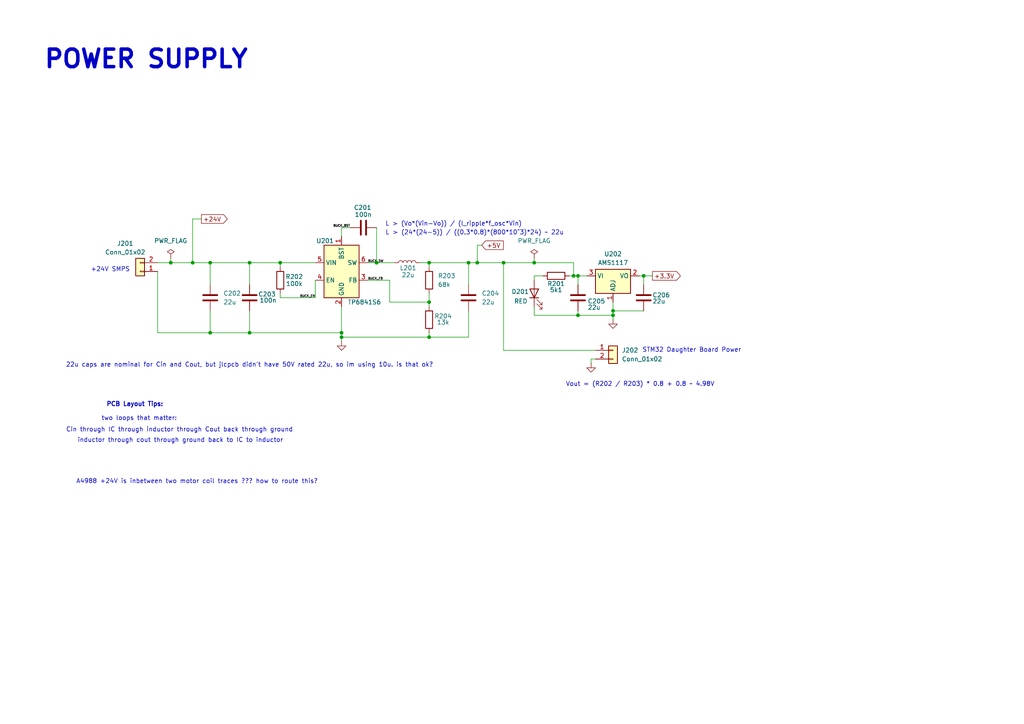
<source format=kicad_sch>
(kicad_sch (version 20250114) (generator "eeschema") (generator_version "9.0")
  (paper "A4")
  (lib_symbols
    (symbol "Connector_Generic:Conn_01x02" (pin_names (offset 1.016) (hide yes))
      (property "Reference" "J" (at 0 2.54 0))
      (property "Value" "Conn_01x02" (at 0 -5.08 0))
      (symbol "Conn_01x02_1_1"
        (rectangle (start -1.27 1.27) (end 1.27 -3.81) (stroke (width 0.254)) (fill (type background)))
        (rectangle (start -1.27 0.127) (end 0 -0.127) (stroke (width 0.1524)))
        (rectangle (start -1.27 -2.413) (end 0 -2.667) (stroke (width 0.1524)))
        (pin passive line (at -5.08 0 0) (length 3.81) (name "Pin_1") (number "1"))
        (pin passive line (at -5.08 -2.54 0) (length 3.81) (name "Pin_2") (number "2"))
      )
    )
    (symbol "Device:C" (pin_numbers (hide yes)) (pin_names (offset 0.254))
      (property "Reference" "C" (at 0.635 2.54 0))
      (property "Value" "C" (at 0.635 -2.54 0))
      (symbol "C_0_1"
        (polyline (pts (xy -2.032 0.762) (xy 2.032 0.762)) (stroke (width 0.508)))
        (polyline (pts (xy -2.032 -0.762) (xy 2.032 -0.762)) (stroke (width 0.508)))
      )
      (symbol "C_1_1"
        (pin passive line (at 0 3.81 270) (length 2.794) (name "~") (number "1"))
        (pin passive line (at 0 -3.81 90) (length 2.794) (name "~") (number "2"))
      )
    )
    (symbol "Device:L" (pin_numbers (hide yes)) (pin_names (offset 1.016) (hide yes))
      (property "Reference" "L" (at -1.27 0 90))
      (property "Value" "L" (at 1.905 0 90))
      (symbol "L_0_1"
        (arc (start 0 2.54) (mid 0.6323 1.905) (end 0 1.27))
        (arc (start 0 1.27) (mid 0.6323 0.635) (end 0 0))
        (arc (start 0 0) (mid 0.6323 -0.635) (end 0 -1.27))
        (arc (start 0 -1.27) (mid 0.6323 -1.905) (end 0 -2.54))
      )
      (symbol "L_1_1"
        (pin passive line (at 0 3.81 270) (length 1.27) (name "1") (number "1"))
        (pin passive line (at 0 -3.81 90) (length 1.27) (name "2") (number "2"))
      )
    )
    (symbol "Device:LED" (pin_numbers (hide yes)) (pin_names (offset 1.016) (hide yes))
      (property "Reference" "D" (at 0 2.54 0))
      (property "Value" "LED" (at 0 -2.54 0))
      (symbol "LED_0_1"
        (polyline (pts (xy -3.048 -0.762) (xy -4.572 -2.286) (xy -3.81 -2.286) (xy -4.572 -2.286) (xy -4.572 -1.524)))
        (polyline (pts (xy -1.778 -0.762) (xy -3.302 -2.286) (xy -2.54 -2.286) (xy -3.302 -2.286) (xy -3.302 -1.524)))
        (polyline (pts (xy -1.27 0) (xy 1.27 0)))
        (polyline (pts (xy -1.27 -1.27) (xy -1.27 1.27)) (stroke (width 0.254)))
        (polyline (pts (xy 1.27 -1.27) (xy 1.27 1.27) (xy -1.27 0) (xy 1.27 -1.27)) (stroke (width 0.254)))
      )
      (symbol "LED_1_1"
        (pin passive line (at -3.81 0 0) (length 2.54) (name "K") (number "1"))
        (pin passive line (at 3.81 0 180) (length 2.54) (name "A") (number "2"))
      )
    )
    (symbol "Device:R" (pin_numbers (hide yes)) (pin_names (offset 0))
      (property "Reference" "R" (at 2.032 0 90))
      (property "Value" "R" (at 0 0 90))
      (symbol "R_0_1"
        (rectangle (start -1.016 -2.54) (end 1.016 2.54) (stroke (width 0.254)))
      )
      (symbol "R_1_1"
        (pin passive line (at 0 3.81 270) (length 1.27) (name "~") (number "1"))
        (pin passive line (at 0 -3.81 90) (length 1.27) (name "~") (number "2"))
      )
    )
    (symbol "Regulator_Linear:AMS1117"
      (property "Reference" "U" (at -3.81 3.175 0))
      (property "Value" "AMS1117" (at 0 3.175 0))
      (symbol "AMS1117_0_1"
        (rectangle (start -5.08 -5.08) (end 5.08 1.905) (stroke (width 0.254)) (fill (type background)))
      )
      (symbol "AMS1117_1_1"
        (pin power_in line (at -7.62 0 0) (length 2.54) (name "VI") (number "3"))
        (pin input line (at 0 -7.62 90) (length 2.54) (name "ADJ") (number "1"))
        (pin power_out line (at 7.62 0 180) (length 2.54) (name "VO") (number "2"))
      )
    )
    (symbol "dorjee symbols:TP6841S6"
      (property "Reference" "U" (at -5.842 7.366 0))
      (property "Value" "TP6841S6" (at -0.762 -10.16 0))
      (symbol "TP6841S6_0_1"
        (rectangle (start -6.35 6.35) (end 3.81 -8.89) (stroke (width 0.254)) (fill (type background)))
      )
      (symbol "TP6841S6_1_1"
        (pin power_in line (at -8.89 1.27 0) (length 2.54) (name "VIN") (number "5"))
        (pin input line (at -8.89 -3.81 0) (length 2.54) (name "EN") (number "4"))
        (pin passive line (at -1.27 8.89 270) (length 2.54) (name "BST") (number "1"))
        (pin power_in line (at -1.27 -11.43 90) (length 2.54) (name "GND") (number "2"))
        (pin output line (at 6.35 1.27 180) (length 2.54) (name "SW") (number "6"))
        (pin input line (at 6.35 -3.81 180) (length 2.54) (name "FB") (number "3"))
      )
    )
    (symbol "power:GND" (power) (pin_numbers (hide yes)) (pin_names (offset 0) (hide yes))
      (property "Value" "GND" (at 0 -3.81 0))
      (symbol "GND_0_1"
        (polyline (pts (xy 0 0) (xy 0 -1.27) (xy 1.27 -1.27) (xy 0 -2.54) (xy -1.27 -1.27) (xy 0 -1.27)))
      )
      (symbol "GND_1_1"
        (pin power_in line (at 0 0 270) (length 0) (name "~") (number "1"))
      )
    )
    (symbol "power:PWR_FLAG" (power) (pin_numbers (hide yes)) (pin_names (offset 0) (hide yes))
      (property "Value" "PWR_FLAG" (at 0 3.81 0))
      (symbol "PWR_FLAG_0_0"
        (pin power_out line (at 0 0 90) (length 0) (name "~") (number "1"))
      )
      (symbol "PWR_FLAG_0_1"
        (polyline (pts (xy 0 0) (xy 0 1.27) (xy -1.016 1.905) (xy 0 2.54) (xy 1.016 1.905) (xy 0 1.27)))
      )
    )
  )
  (text "A4988 +24V is inbetween two motor coil traces ??? how to route this?\n" (at 57.15 139.7 0) (effects (font (size 1.27 1.27))))
  (text "+24V SMPS" (at 32.004 78.232 0) (effects (font (size 1.27 1.27))))
  (text "L > (24*(24-5)) / ((0.3*0.8)*(800*10^3)*24) ~ 22u" (at 137.668 67.564 0) (effects (font (size 1.27 1.27))))
  (text "PCB Layout Tips:" (at 39.116 117.348 0) (effects (font (size 1.27 1.27) (thickness 0.254) (bold yes))))
  (text "two loops that matter:" (at 40.386 121.412 0) (effects (font (size 1.27 1.27) (thickness 0.1588))))
  (text "Vout = (R202 / R203) * 0.8 + 0.8 ~ 4.98V" (at 185.674 111.506 0) (effects (font (size 1.27 1.27) (thickness 0.1588))))
  (text "22u caps are nominal for Cin and Cout, but jlcpcb didn't have 50V rated 22u, so im using 10u. is that ok?" (at 72.39 105.918 0) (effects (font (size 1.27 1.27) (thickness 0.1588))))
  (text "POWER SUPPLY\n" (at 42.418 17.272 0) (effects (font (size 5.08 5.08) (thickness 1.016) (bold yes))))
  (text "STM32 Daughter Board Power" (at 200.66 101.6 0) (effects (font (size 1.27 1.27))))
  (text "inductor through cout through ground back to IC to inductor" (at 52.324 127.762 0) (effects (font (size 1.27 1.27) (thickness 0.1588))))
  (text "L > (Vo*(Vin-Vo)) / (I_ripple*f_osc*Vin)" (at 131.572 65.024 0) (effects (font (size 1.27 1.27) (thickness 0.1588))))
  (text "Cin through IC through inductor through Cout back through ground" (at 52.07 124.714 0) (effects (font (size 1.27 1.27) (thickness 0.1588))))
  (junction (at 81.28 76.2))
  (junction (at 99.06 96.52))
  (junction (at 60.96 96.52))
  (junction (at 49.53 76.2))
  (junction (at 138.43 76.2))
  (junction (at 135.89 76.2))
  (junction (at 124.46 76.2))
  (junction (at 72.39 96.52))
  (junction (at 186.69 80.01))
  (junction (at 124.46 97.79))
  (junction (at 177.8 90.17))
  (junction (at 154.94 76.2))
  (junction (at 177.8 91.44))
  (junction (at 166.37 80.01))
  (junction (at 124.46 87.63))
  (junction (at 60.96 76.2))
  (junction (at 167.64 80.01))
  (junction (at 109.22 76.2))
  (junction (at 146.05 76.2))
  (junction (at 72.39 76.2))
  (junction (at 55.88 76.2))
  (junction (at 167.64 91.44))
  (junction (at 99.06 97.79))
  (wire (pts (xy 135.89 76.2) (xy 135.89 82.55)))
  (wire (pts (xy 146.05 76.2) (xy 146.05 101.6)))
  (wire (pts (xy 177.8 87.63) (xy 177.8 90.17)))
  (wire (pts (xy 166.37 76.2) (xy 166.37 80.01)))
  (wire (pts (xy 60.96 76.2) (xy 60.96 82.55)))
  (wire (pts (xy 135.89 90.17) (xy 135.89 97.79)))
  (wire (pts (xy 81.28 76.2) (xy 91.44 76.2)))
  (wire (pts (xy 146.05 76.2) (xy 154.94 76.2)))
  (wire (pts (xy 124.46 77.47) (xy 124.46 76.2)))
  (wire (pts (xy 177.8 90.17) (xy 186.69 90.17)))
  (wire (pts (xy 106.68 81.28) (xy 113.03 81.28)))
  (wire (pts (xy 138.43 71.12) (xy 138.43 76.2)))
  (wire (pts (xy 154.94 88.9) (xy 154.94 91.44)))
  (wire (pts (xy 99.06 66.04) (xy 99.06 68.58)))
  (wire (pts (xy 177.8 91.44) (xy 177.8 92.71)))
  (wire (pts (xy 167.64 80.01) (xy 167.64 82.55)))
  (wire (pts (xy 171.45 104.14) (xy 171.45 105.41)))
  (wire (pts (xy 124.46 87.63) (xy 124.46 88.9)))
  (wire (pts (xy 167.64 91.44) (xy 177.8 91.44)))
  (wire (pts (xy 167.64 80.01) (xy 170.18 80.01)))
  (wire (pts (xy 81.28 85.09) (xy 81.28 86.36)))
  (wire (pts (xy 109.22 76.2) (xy 114.3 76.2)))
  (wire (pts (xy 165.1 80.01) (xy 166.37 80.01)))
  (wire (pts (xy 60.96 96.52) (xy 72.39 96.52)))
  (wire (pts (xy 45.72 76.2) (xy 49.53 76.2)))
  (wire (pts (xy 124.46 96.52) (xy 124.46 97.79)))
  (wire (pts (xy 45.72 96.52) (xy 60.96 96.52)))
  (wire (pts (xy 81.28 76.2) (xy 81.28 77.47)))
  (wire (pts (xy 138.43 76.2) (xy 146.05 76.2)))
  (wire (pts (xy 124.46 76.2) (xy 121.92 76.2)))
  (wire (pts (xy 154.94 74.93) (xy 154.94 76.2)))
  (wire (pts (xy 113.03 81.28) (xy 113.03 87.63)))
  (wire (pts (xy 49.53 76.2) (xy 55.88 76.2)))
  (wire (pts (xy 45.72 78.74) (xy 45.72 96.52)))
  (wire (pts (xy 124.46 87.63) (xy 124.46 85.09)))
  (wire (pts (xy 101.6 66.04) (xy 99.06 66.04)))
  (wire (pts (xy 186.69 80.01) (xy 186.69 82.55)))
  (wire (pts (xy 106.68 76.2) (xy 109.22 76.2)))
  (wire (pts (xy 99.06 97.79) (xy 124.46 97.79)))
  (wire (pts (xy 135.89 76.2) (xy 138.43 76.2)))
  (wire (pts (xy 135.89 97.79) (xy 124.46 97.79)))
  (wire (pts (xy 99.06 96.52) (xy 99.06 97.79)))
  (wire (pts (xy 172.72 104.14) (xy 171.45 104.14)))
  (wire (pts (xy 72.39 96.52) (xy 99.06 96.52)))
  (wire (pts (xy 124.46 76.2) (xy 135.89 76.2)))
  (wire (pts (xy 99.06 88.9) (xy 99.06 96.52)))
  (wire (pts (xy 99.06 97.79) (xy 99.06 99.06)))
  (wire (pts (xy 157.48 80.01) (xy 154.94 80.01)))
  (wire (pts (xy 154.94 80.01) (xy 154.94 81.28)))
  (wire (pts (xy 109.22 76.2) (xy 109.22 66.04)))
  (wire (pts (xy 91.44 81.28) (xy 91.44 86.36)))
  (wire (pts (xy 55.88 63.5) (xy 58.42 63.5)))
  (wire (pts (xy 167.64 91.44) (xy 167.64 90.17)))
  (wire (pts (xy 166.37 80.01) (xy 167.64 80.01)))
  (wire (pts (xy 186.69 80.01) (xy 189.23 80.01)))
  (wire (pts (xy 113.03 87.63) (xy 124.46 87.63)))
  (wire (pts (xy 139.7 71.12) (xy 138.43 71.12)))
  (wire (pts (xy 186.69 80.01) (xy 185.42 80.01)))
  (wire (pts (xy 60.96 76.2) (xy 72.39 76.2)))
  (wire (pts (xy 55.88 76.2) (xy 55.88 63.5)))
  (wire (pts (xy 177.8 90.17) (xy 177.8 91.44)))
  (wire (pts (xy 154.94 76.2) (xy 166.37 76.2)))
  (wire (pts (xy 91.44 86.36) (xy 81.28 86.36)))
  (wire (pts (xy 154.94 91.44) (xy 167.64 91.44)))
  (wire (pts (xy 60.96 90.17) (xy 60.96 96.52)))
  (wire (pts (xy 72.39 76.2) (xy 81.28 76.2)))
  (wire (pts (xy 72.39 90.17) (xy 72.39 96.52)))
  (wire (pts (xy 146.05 101.6) (xy 172.72 101.6)))
  (wire (pts (xy 55.88 76.2) (xy 60.96 76.2)))
  (wire (pts (xy 49.53 74.93) (xy 49.53 76.2)))
  (wire (pts (xy 72.39 76.2) (xy 72.39 82.55)))
  (label "BUCK_SW" (at 106.68 76.2 0) (effects (font (size 0.635 0.635))))
  (label "BUCK_BST" (at 101.6 66.04 180) (effects (font (size 0.635 0.635) (thickness 0.254) (bold yes))))
  (label "BUCK_EN" (at 91.44 86.36 180) (effects (font (size 0.635 0.635))))
  (label "BUCK_FB" (at 106.68 81.28 0) (effects (font (size 0.635 0.635))))
  (global_label "+5V" (shape input) (at 139.7 71.12 0) (property "Intersheetrefs" "${INTERSHEET_REFS}" (effects (hide yes))))
  (global_label "+24V" (shape output) (at 58.42 63.5 0) (property "Intersheetrefs" "${INTERSHEET_REFS}" (effects (hide yes))))
  (global_label "+3.3V" (shape output) (at 189.23 80.01 0) (property "Intersheetrefs" "${INTERSHEET_REFS}" (effects (hide yes))))
  (symbol (lib_id "Device:C") (at 186.69 86.36 0) (unit 1)
    (property "Reference" "C206" (at 189.23 85.598 0) (effects (justify left)))
    (property "Value" "22u" (at 189.23 87.376 0) (effects (justify left)))
    (property "Footprint" "Capacitor_SMD:C_0603_1608Metric" (effects (hide yes)))
    (property "Description" "Unpolarized capacitor" (effects (hide yes)))
    (property "Manufacturer" "Samsung Electro-Mechanics" (effects (hide yes)))
    (property "MPN" "CL21A226MAQNNNE" (effects (hide yes)))
    (property "LCSC Part Number" "C45783" (effects (hide yes)))
  )
  (symbol (lib_id "power:GND") (at 171.45 105.41 0) (unit 1)
    (property "Reference" "#PWR0204" (effects (hide yes)))
    (property "Value" "GND" (effects (hide yes)))
    (property "Description" "Power symbol creates a global label with name \"GND\" , ground" (effects (hide yes)))
  )
  (symbol (lib_id "Device:C") (at 135.89 86.36 0) (unit 1)
    (property "Reference" "C204" (at 139.7 85.0899 0) (effects (justify left)))
    (property "Value" "22u" (at 139.7 87.6299 0) (effects (justify left)))
    (property "Footprint" "Capacitor_SMD:C_2220_5750Metric" (effects (hide yes)))
    (property "Description" "Unpolarized capacitor" (effects (hide yes)))
    (property "Manufacturer" "PSA(Prosperity Dielectrics)" (effects (hide yes)))
    (property "MPN" "FS55X226K500EHG" (effects (hide yes)))
    (property "LCSC Part Number" "C784103" (effects (hide yes)))
  )
  (symbol (lib_id "Device:L") (at 118.11 76.2 90) (unit 1)
    (property "Reference" "L201" (at 118.364 77.724 90))
    (property "Value" "22u" (at 118.364 79.756 90))
    (property "Footprint" "Inductor_SMD:L_10.4x10.4_H4.8" (effects (hide yes)))
    (property "Description" "Inductor" (effects (hide yes)))
    (property "Manufacturer" "SXN(Shun Xiang Nuo Elec)" (effects (hide yes)))
    (property "MPN" "SMDRH105R-220MT" (effects (hide yes)))
    (property "LCSC Part Number" "C10165" (effects (hide yes)))
  )
  (symbol (lib_id "Device:C") (at 72.39 86.36 180) (unit 1)
    (property "Reference" "C203" (at 80.01 85.344 0) (effects (justify left)))
    (property "Value" "100n" (at 80.264 87.122 0) (effects (justify left)))
    (property "Footprint" "Capacitor_SMD:C_0603_1608Metric" (effects (hide yes)))
    (property "Description" "Unpolarized capacitor" (effects (hide yes)))
    (property "Manufacturer" "YAGEO" (effects (hide yes)))
    (property "MPN" "CC0603KRX7R9BB104" (effects (hide yes)))
    (property "LCSC Part Number" "C14663" (effects (hide yes)))
  )
  (symbol (lib_id "Device:C") (at 105.41 66.04 270) (unit 1)
    (property "Reference" "C201" (at 102.616 60.198 90) (effects (justify left)))
    (property "Value" "100n" (at 102.87 62.23 90) (effects (justify left)))
    (property "Footprint" "Capacitor_SMD:C_0603_1608Metric" (effects (hide yes)))
    (property "Description" "Unpolarized capacitor" (effects (hide yes)))
    (property "Manufacturer" "YAGEO" (effects (hide yes)))
    (property "MPN" "CC0603KRX7R9BB104" (effects (hide yes)))
    (property "LCSC Part Number" "C14663" (effects (hide yes)))
  )
  (symbol (lib_id "power:GND") (at 99.06 99.06 0) (unit 1)
    (property "Reference" "#PWR0203" (effects (hide yes)))
    (property "Value" "GND" (effects (hide yes)))
    (property "Description" "Power symbol creates a global label with name \"GND\" , ground" (effects (hide yes)))
  )
  (symbol (lib_id "Connector_Generic:Conn_01x02") (at 40.64 78.74 180) (unit 1) (in_bom no)
    (property "Reference" "J201" (at 36.322 70.612 0))
    (property "Value" "Conn_01x02" (at 36.322 73.152 0))
    (property "Footprint" "TerminalBlock:TerminalBlock_bornier-2_P5.08mm" (effects (hide yes)))
    (property "Description" "Generic connector, single row, 01x02, script generated (kicad-library-utils/schlib/autogen/connector/)" (effects (hide yes)))
  )
  (symbol (lib_id "Device:LED") (at 154.94 85.09 90) (unit 1)
    (property "Reference" "D201" (at 148.336 84.582 90) (effects (justify right)))
    (property "Value" "RED" (at 149.098 87.376 90) (effects (justify right)))
    (property "Footprint" "LED_SMD:LED_0603_1608Metric" (effects (hide yes)))
    (property "Description" "Light emitting diode" (effects (hide yes)))
    (property "Sim.Pins" "1=K 2=A" (effects (hide yes)))
    (property "Manufacturer" "Hubei KENTO Elec" (effects (hide yes)))
    (property "MPN" "KT-0603R" (effects (hide yes)))
    (property "LCSC Part Number" "C2286" (effects (hide yes)))
  )
  (symbol (lib_id "Device:R") (at 161.29 80.01 90) (unit 1)
    (property "Reference" "R201" (at 161.29 82.296 90))
    (property "Value" "5k1" (at 161.29 84.074 90))
    (property "Footprint" "Resistor_SMD:R_0603_1608Metric" (effects (hide yes)))
    (property "Description" "Resistor" (effects (hide yes)))
    (property "Manufacturer" "UNI-ROYAL(Uniroyal Elec)" (effects (hide yes)))
    (property "MPN" "0603WAF5101T5E" (effects (hide yes)))
    (property "LCSC Part Number" "C23186" (effects (hide yes)))
  )
  (symbol (lib_id "power:PWR_FLAG") (at 49.53 74.93 0) (unit 1)
    (property "Reference" "#FLG0201" (effects (hide yes)))
    (property "Value" "PWR_FLAG" (at 49.53 69.85 0))
    (property "Description" "Special symbol for telling ERC where power comes from" (effects (hide yes)))
  )
  (symbol (lib_id "power:PWR_FLAG") (at 154.94 74.93 0) (unit 1)
    (property "Reference" "#FLG0202" (effects (hide yes)))
    (property "Value" "PWR_FLAG" (at 154.94 69.85 0))
    (property "Description" "Special symbol for telling ERC where power comes from" (effects (hide yes)))
  )
  (symbol (lib_id "Device:R") (at 124.46 81.28 0) (unit 1)
    (property "Reference" "R203" (at 127 80.0099 0) (effects (justify left)))
    (property "Value" "68k" (at 127 82.5499 0) (effects (justify left)))
    (property "Footprint" "Resistor_SMD:R_0603_1608Metric" (effects (hide yes)))
    (property "Description" "Resistor" (effects (hide yes)))
    (property "Manufacturer" "UNI-ROYAL(Uniroyal Elec)" (effects (hide yes)))
    (property "MPN" "0603WAF6802T5E" (effects (hide yes)))
    (property "LCSC Part Number" "C23231" (effects (hide yes)))
  )
  (symbol (lib_id "power:GND") (at 177.8 92.71 0) (unit 1)
    (property "Reference" "#PWR0202" (effects (hide yes)))
    (property "Value" "GND" (effects (hide yes)))
    (property "Description" "Power symbol creates a global label with name \"GND\" , ground" (effects (hide yes)))
  )
  (symbol (lib_id "Device:R") (at 81.28 81.28 0) (unit 1)
    (property "Reference" "R202" (at 85.344 80.264 0))
    (property "Value" "100k" (at 85.344 82.296 0))
    (property "Footprint" "Resistor_SMD:R_0603_1608Metric" (effects (hide yes)))
    (property "Description" "Resistor" (effects (hide yes)))
    (property "Manufacturer" "UNI-ROYAL(Uniroyal Elec)" (effects (hide yes)))
    (property "MPN" "0603WAF1003T5E" (effects (hide yes)))
    (property "LCSC Part Number" "C25803" (effects (hide yes)))
  )
  (symbol (lib_id "Device:C") (at 60.96 86.36 0) (unit 1)
    (property "Reference" "C202" (at 64.77 85.0899 0) (effects (justify left)))
    (property "Value" "22u" (at 64.77 87.6299 0) (effects (justify left)))
    (property "Footprint" "Capacitor_SMD:C_2220_5750Metric" (effects (hide yes)))
    (property "Description" "Unpolarized capacitor" (effects (hide yes)))
    (property "Manufacturer" "PSA(Prosperity Dielectrics)" (effects (hide yes)))
    (property "MPN" "FS55X226K500EHG" (effects (hide yes)))
    (property "LCSC Part Number" "C784103" (effects (hide yes)))
  )
  (symbol (lib_id "Regulator_Linear:AMS1117") (at 177.8 80.01 0) (unit 1)
    (property "Reference" "U202" (at 177.8 73.66 0))
    (property "Value" "AMS1117" (at 177.8 76.2 0))
    (property "Footprint" "Package_TO_SOT_SMD:SOT-223-3_TabPin2" (effects (hide yes)))
    (property "Datasheet" "http://www.advanced-monolithic.com/pdf/ds1117.pdf" (effects (hide yes)))
    (property "Description" "1A Low Dropout regulator, positive, adjustable output, SOT-223" (effects (hide yes)))
    (property "Manufacturer" "Advanced Monolithic Systems" (effects (hide yes)))
    (property "MPN" "AMS1117-3.3" (effects (hide yes)))
    (property "LCSC Part Number" "C6186" (effects (hide yes)))
  )
  (symbol (lib_id "Device:C") (at 167.64 86.36 0) (unit 1)
    (property "Reference" "C205" (at 170.434 87.376 0) (effects (justify left)))
    (property "Value" "22u" (at 170.434 89.154 0) (effects (justify left)))
    (property "Footprint" "Capacitor_SMD:C_0603_1608Metric" (effects (hide yes)))
    (property "Description" "Unpolarized capacitor" (effects (hide yes)))
    (property "Manufacturer" "Samsung Electro-Mechanics" (effects (hide yes)))
    (property "MPN" "CL21A226MAQNNNE" (effects (hide yes)))
    (property "LCSC Part Number" "C45783" (effects (hide yes)))
  )
  (symbol (lib_id "Device:R") (at 124.46 92.71 180) (unit 1)
    (property "Reference" "R204" (at 128.524 91.694 0))
    (property "Value" "13k" (at 128.524 93.472 0))
    (property "Footprint" "Resistor_SMD:R_0603_1608Metric" (effects (hide yes)))
    (property "Description" "Resistor" (effects (hide yes)))
    (property "Manufacturer" "UNI-ROYAL(Uniroyal Elec)" (effects (hide yes)))
    (property "MPN" "0603WAF1302T5E" (effects (hide yes)))
    (property "LCSC Part Number" "C22797" (effects (hide yes)))
  )
  (symbol (lib_id "Connector_Generic:Conn_01x02") (at 177.8 101.6 0) (unit 1) (in_bom no)
    (property "Reference" "J202" (at 180.34 101.5999 0) (effects (justify left)))
    (property "Value" "Conn_01x02" (at 180.34 104.1399 0) (effects (justify left)))
    (property "Footprint" "Connector_PinHeader_2.54mm:PinHeader_1x02_P2.54mm_Vertical" (effects (hide yes)))
    (property "Description" "Generic connector, single row, 01x02, script generated (kicad-library-utils/schlib/autogen/connector/)" (effects (hide yes)))
  )
  (symbol (lib_id "dorjee symbols:TP6841S6") (at 100.33 77.47 0) (unit 1)
    (property "Reference" "U201" (at 91.694 69.85 0) (effects (justify left)))
    (property "Value" "TP6841S6" (at 100.838 87.63 0) (effects (justify left)))
    (property "Footprint" "Package_TO_SOT_SMD:SOT-23-6" (effects (hide yes)))
    (property "Datasheet" "https://jlcpcb.com/api/file/downloadByFileSystemAccessId/8588919820586377216" (effects (hide yes)))
    (property "Description" "800mA Synchronous Step-Down Voltage Regulator, 5V Output Voltage, 4.5-40V Input Voltage, SOT-23-6" (effects (hide yes)))
    (property "Manufacturer" "TECH PUBLIC" (effects (hide yes)))
    (property "MPN" "TP6841S6-A" (effects (hide yes)))
    (property "LCSC Part Number" "C2844924" (effects (hide yes)))
  )
)
</source>
